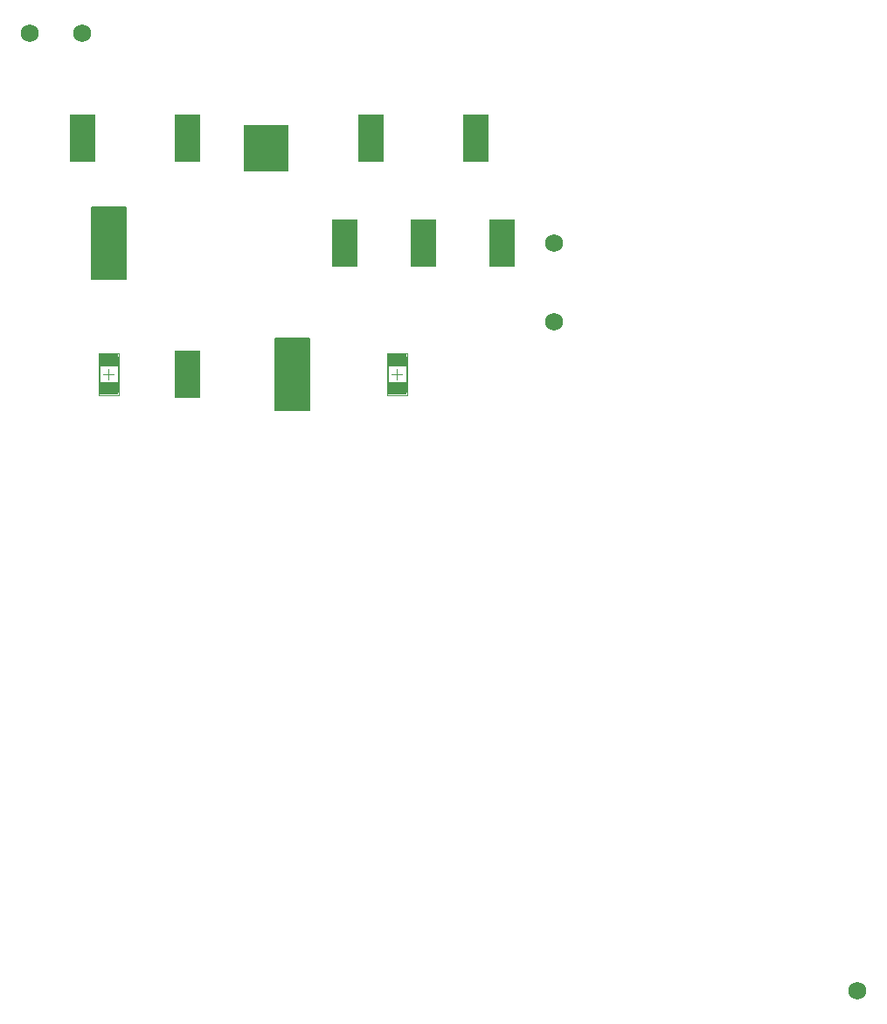
<source format=gts>
G04*
G04 #@! TF.GenerationSoftware,Altium Limited,Altium Designer,22.0.2 (36)*
G04*
G04 Layer_Color=8388736*
%FSLAX44Y44*%
%MOMM*%
G71*
G04*
G04 #@! TF.SameCoordinates,7D36B465-A226-4CCE-8017-CD82C348BD42*
G04*
G04*
G04 #@! TF.FilePolarity,Negative*
G04*
G01*
G75*
%ADD10C,0.1524*%
%ADD13C,0.0000*%
%ADD14C,0.0254*%
%ADD15C,0.1000*%
%ADD16R,1.7500X0.7620*%
%ADD17R,0.5588X1.2700*%
%ADD18R,2.0320X1.8796*%
%ADD20R,1.9032X1.3032*%
%ADD21C,1.7272*%
G36*
X1587360Y586994D02*
X1562240D01*
Y632206D01*
X1587360D01*
Y586994D01*
D02*
G37*
G36*
X1485760D02*
X1460640D01*
Y632206D01*
X1485760D01*
Y586994D01*
D02*
G37*
G36*
X1307960D02*
X1282840D01*
Y632206D01*
X1307960D01*
Y586994D01*
D02*
G37*
G36*
X1206360D02*
X1181240D01*
Y632206D01*
X1206360D01*
Y586994D01*
D02*
G37*
G36*
X1392936Y577596D02*
X1350264D01*
Y622300D01*
X1392936D01*
Y577596D01*
D02*
G37*
G36*
X1612760Y485394D02*
X1587640D01*
Y530606D01*
X1612760D01*
Y485394D01*
D02*
G37*
G36*
X1536560D02*
X1511440D01*
Y530606D01*
X1536560D01*
Y485394D01*
D02*
G37*
G36*
X1460360D02*
X1435240D01*
Y530606D01*
X1460360D01*
Y485394D01*
D02*
G37*
G36*
X1235837Y473456D02*
X1202563D01*
Y542544D01*
X1235837D01*
Y473456D01*
D02*
G37*
G36*
X1307960Y358394D02*
X1282840D01*
Y403606D01*
X1307960D01*
Y358394D01*
D02*
G37*
G36*
X1413637Y346456D02*
X1380363D01*
Y415544D01*
X1413637D01*
Y346456D01*
D02*
G37*
D10*
X1205090Y588264D02*
Y630936D01*
X1182510D02*
X1205090D01*
X1182510Y588264D02*
Y630936D01*
Y588264D02*
X1205090D01*
X1357116Y581406D02*
X1386084D01*
X1357116D02*
Y590423D01*
X1386084Y581406D02*
Y590423D01*
X1354074D02*
X1357116D01*
X1386084D02*
X1389126D01*
Y609473D01*
X1376934D02*
X1389126D01*
X1376934D02*
Y618490D01*
X1366266D02*
X1376934D01*
X1366266Y609473D02*
Y618490D01*
X1354074Y609473D02*
X1366266D01*
X1354074Y590423D02*
Y609473D01*
X1202563Y473456D02*
X1235837D01*
X1202563D02*
Y542544D01*
X1235837D01*
Y473456D02*
Y542544D01*
X1306690Y588264D02*
Y630936D01*
X1284110D02*
X1306690D01*
X1284110Y588264D02*
Y630936D01*
Y588264D02*
X1306690D01*
X1586090D02*
Y630936D01*
X1563510D02*
X1586090D01*
X1563510Y588264D02*
Y630936D01*
Y588264D02*
X1586090D01*
X1484490D02*
Y630936D01*
X1461910D02*
X1484490D01*
X1461910Y588264D02*
Y630936D01*
Y588264D02*
X1484490D01*
X1611490Y486664D02*
Y529336D01*
X1588910D02*
X1611490D01*
X1588910Y486664D02*
Y529336D01*
Y486664D02*
X1611490D01*
X1535290D02*
Y529336D01*
X1512710D02*
X1535290D01*
X1512710Y486664D02*
Y529336D01*
Y486664D02*
X1535290D01*
X1459090D02*
Y529336D01*
X1436510D02*
X1459090D01*
X1436510Y486664D02*
Y529336D01*
Y486664D02*
X1459090D01*
X1380363Y346456D02*
X1413637D01*
X1380363D02*
Y415544D01*
X1413637D01*
Y346456D02*
Y415544D01*
X1306690Y359664D02*
Y402336D01*
X1284110D02*
X1306690D01*
X1284110Y359664D02*
Y402336D01*
Y359664D02*
X1306690D01*
D13*
X1360424Y595503D02*
G03*
X1360424Y595503I-1270J0D01*
G01*
X1219962Y485394D02*
G03*
X1219962Y485394I-762J0D01*
G01*
X1397762Y358394D02*
G03*
X1397762Y358394I-762J0D01*
G01*
D14*
X1185050Y592836D02*
X1202550D01*
X1185050D02*
Y626364D01*
X1202550D01*
Y592836D02*
Y626364D01*
X1185050Y620776D02*
Y626364D01*
X1202550D01*
Y620776D02*
Y626364D01*
X1185050Y620776D02*
X1202550D01*
Y592836D02*
Y598424D01*
X1185050Y592836D02*
X1202550D01*
X1185050D02*
Y598424D01*
X1202550D01*
X1356614Y592963D02*
Y606933D01*
X1386586D01*
Y592963D02*
Y606933D01*
X1356614Y592963D02*
X1386586D01*
X1369060Y606933D02*
Y612394D01*
X1374140D01*
Y606933D02*
Y612394D01*
X1369060Y606933D02*
X1374140D01*
X1383290Y587502D02*
Y592963D01*
X1378210Y587502D02*
X1383290D01*
X1378210D02*
Y592963D01*
X1383290D01*
X1364990Y587502D02*
Y592963D01*
X1359910Y587502D02*
X1364990D01*
X1359910D02*
Y592963D01*
X1364990D01*
X1209294Y485394D02*
X1229106D01*
X1209294Y479552D02*
Y485394D01*
Y479552D02*
X1229106D01*
Y485394D01*
X1209294Y530606D02*
X1229106D01*
Y536448D01*
X1209294D02*
X1229106D01*
X1209294Y530606D02*
Y536448D01*
X1205103Y492443D02*
X1212151Y485394D01*
X1226248D02*
X1233297Y492443D01*
Y485394D02*
Y530606D01*
X1205103D02*
X1233297D01*
X1205103Y485394D02*
Y530606D01*
Y485394D02*
X1233297D01*
X1286650Y592836D02*
X1304150D01*
X1286650D02*
Y626364D01*
X1304150D01*
Y592836D02*
Y626364D01*
X1286650Y620776D02*
Y626364D01*
X1304150D01*
Y620776D02*
Y626364D01*
X1286650Y620776D02*
X1304150D01*
Y592836D02*
Y598424D01*
X1286650Y592836D02*
X1304150D01*
X1286650D02*
Y598424D01*
X1304150D01*
X1566050Y592836D02*
X1583550D01*
X1566050D02*
Y626364D01*
X1583550D01*
Y592836D02*
Y626364D01*
X1566050Y620776D02*
Y626364D01*
X1583550D01*
Y620776D02*
Y626364D01*
X1566050Y620776D02*
X1583550D01*
Y592836D02*
Y598424D01*
X1566050Y592836D02*
X1583550D01*
X1566050D02*
Y598424D01*
X1583550D01*
X1464450Y592836D02*
X1481950D01*
X1464450D02*
Y626364D01*
X1481950D01*
Y592836D02*
Y626364D01*
X1464450Y620776D02*
Y626364D01*
X1481950D01*
Y620776D02*
Y626364D01*
X1464450Y620776D02*
X1481950D01*
Y592836D02*
Y598424D01*
X1464450Y592836D02*
X1481950D01*
X1464450D02*
Y598424D01*
X1481950D01*
X1591450Y491236D02*
X1608950D01*
X1591450D02*
Y524764D01*
X1608950D01*
Y491236D02*
Y524764D01*
X1591450Y519176D02*
Y524764D01*
X1608950D01*
Y519176D02*
Y524764D01*
X1591450Y519176D02*
X1608950D01*
Y491236D02*
Y496824D01*
X1591450Y491236D02*
X1608950D01*
X1591450D02*
Y496824D01*
X1608950D01*
X1515250Y491236D02*
X1532750D01*
X1515250D02*
Y524764D01*
X1532750D01*
Y491236D02*
Y524764D01*
X1515250Y519176D02*
Y524764D01*
X1532750D01*
Y519176D02*
Y524764D01*
X1515250Y519176D02*
X1532750D01*
Y491236D02*
Y496824D01*
X1515250Y491236D02*
X1532750D01*
X1515250D02*
Y496824D01*
X1532750D01*
X1439050Y491236D02*
X1456550D01*
X1439050D02*
Y524764D01*
X1456550D01*
Y491236D02*
Y524764D01*
X1439050Y519176D02*
Y524764D01*
X1456550D01*
Y519176D02*
Y524764D01*
X1439050Y519176D02*
X1456550D01*
Y491236D02*
Y496824D01*
X1439050Y491236D02*
X1456550D01*
X1439050D02*
Y496824D01*
X1456550D01*
X1387094Y358394D02*
X1406906D01*
X1387094Y352552D02*
Y358394D01*
Y352552D02*
X1406906D01*
Y358394D01*
X1387094Y403606D02*
X1406906D01*
Y409448D01*
X1387094D02*
X1406906D01*
X1387094Y403606D02*
Y409448D01*
X1382903Y365443D02*
X1389951Y358394D01*
X1404048D02*
X1411097Y365443D01*
Y358394D02*
Y403606D01*
X1382903D02*
X1411097D01*
X1382903Y358394D02*
Y403606D01*
Y358394D02*
X1411097D01*
X1286650Y364236D02*
X1304150D01*
X1286650D02*
Y397764D01*
X1304150D01*
Y364236D02*
Y397764D01*
X1286650Y392176D02*
Y397764D01*
X1304150D01*
Y392176D02*
Y397764D01*
X1286650Y392176D02*
X1304150D01*
Y364236D02*
Y369824D01*
X1286650Y364236D02*
X1304150D01*
X1286650D02*
Y369824D01*
X1304150D01*
D15*
X1228200Y364000D02*
Y398000D01*
X1210200Y364000D02*
Y398000D01*
X1228200D01*
X1210200Y364000D02*
X1228200D01*
X1507600D02*
Y398000D01*
X1489600Y364000D02*
Y398000D01*
X1507600D01*
X1489600Y364000D02*
X1507600D01*
X1214200Y381000D02*
X1224200D01*
X1219200Y376000D02*
Y386000D01*
X1228700Y361000D02*
Y401000D01*
X1209700Y361000D02*
Y401000D01*
X1228700D01*
X1209700Y361000D02*
X1228700D01*
X1493600Y381000D02*
X1503600D01*
X1498600Y376000D02*
Y386000D01*
X1508100Y361000D02*
Y401000D01*
X1489100Y361000D02*
Y401000D01*
X1508100D01*
X1489100Y361000D02*
X1508100D01*
D16*
X1193800Y624586D02*
D03*
Y594614D02*
D03*
X1295400Y624586D02*
D03*
Y594614D02*
D03*
X1574800Y624586D02*
D03*
Y594614D02*
D03*
X1473200Y624586D02*
D03*
Y594614D02*
D03*
X1600200Y522986D02*
D03*
Y493014D02*
D03*
X1524000Y522986D02*
D03*
Y493014D02*
D03*
X1447800Y522986D02*
D03*
Y493014D02*
D03*
X1295400Y395986D02*
D03*
Y366014D02*
D03*
D17*
X1371600Y609600D02*
D03*
X1380750Y590296D02*
D03*
X1362450D02*
D03*
D18*
X1219200Y485394D02*
D03*
Y530606D02*
D03*
X1397000Y358394D02*
D03*
Y403606D02*
D03*
D20*
X1219200Y394500D02*
D03*
Y367500D02*
D03*
X1498600Y394500D02*
D03*
Y367500D02*
D03*
D21*
X1651000Y508000D02*
D03*
Y431800D02*
D03*
X1143000Y711200D02*
D03*
X1193800D02*
D03*
X1944370Y-215900D02*
D03*
M02*

</source>
